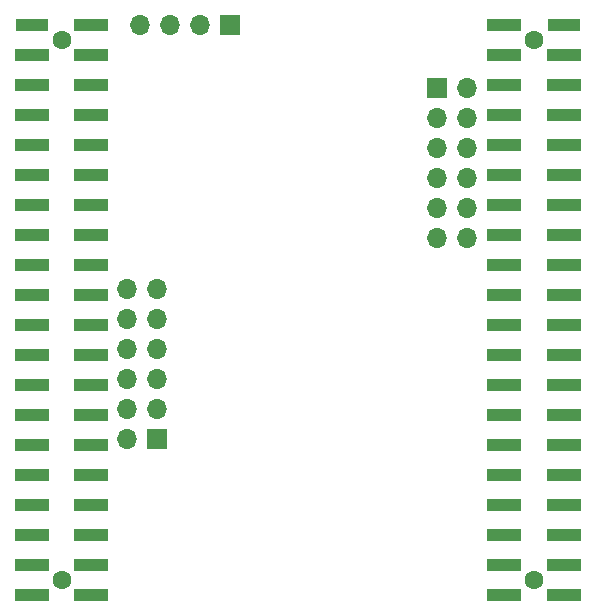
<source format=gbr>
%TF.GenerationSoftware,KiCad,Pcbnew,8.0.8-8.0.8-0~ubuntu22.04.1*%
%TF.CreationDate,2025-02-25T18:12:58-05:00*%
%TF.ProjectId,breakout-qfn,62726561-6b6f-4757-942d-71666e2e6b69,2.0*%
%TF.SameCoordinates,PX2b64660PY42c1d80*%
%TF.FileFunction,Soldermask,Bot*%
%TF.FilePolarity,Negative*%
%FSLAX46Y46*%
G04 Gerber Fmt 4.6, Leading zero omitted, Abs format (unit mm)*
G04 Created by KiCad (PCBNEW 8.0.8-8.0.8-0~ubuntu22.04.1) date 2025-02-25 18:12:58*
%MOMM*%
%LPD*%
G01*
G04 APERTURE LIST*
%ADD10R,1.700000X1.700000*%
%ADD11O,1.700000X1.700000*%
%ADD12C,1.600000*%
%ADD13R,3.000000X1.000000*%
%ADD14R,2.800000X1.000000*%
G04 APERTURE END LIST*
D10*
%TO.C,J3*%
X82250000Y-25130000D03*
D11*
X84790000Y-25130000D03*
X82250000Y-27670000D03*
X84790000Y-27670000D03*
X82250000Y-30210000D03*
X84790000Y-30210000D03*
X82250000Y-32750000D03*
X84790000Y-32750000D03*
X82250000Y-35290000D03*
X84790000Y-35290000D03*
X82250000Y-37830000D03*
X84790000Y-37830000D03*
%TD*%
D10*
%TO.C,J2*%
X58540000Y-54910000D03*
D11*
X56000000Y-54910000D03*
X58540000Y-52370000D03*
X56000000Y-52370000D03*
X58540000Y-49830000D03*
X56000000Y-49830000D03*
X58540000Y-47290000D03*
X56000000Y-47290000D03*
X58540000Y-44750000D03*
X56000000Y-44750000D03*
X58540000Y-42210000D03*
X56000000Y-42210000D03*
%TD*%
D10*
%TO.C,J1*%
X64750000Y-19800000D03*
D11*
X62210000Y-19800000D03*
X59670000Y-19800000D03*
X57130000Y-19800000D03*
%TD*%
D12*
%TO.C,CON2*%
X90500000Y-66860000D03*
X90500000Y-21140000D03*
D13*
X87980000Y-19870000D03*
D14*
X93020000Y-19870000D03*
D13*
X87980000Y-22410000D03*
X93020000Y-22410000D03*
X87980000Y-24950000D03*
X93020000Y-24950000D03*
X87980000Y-27490000D03*
X93020000Y-27490000D03*
X87980000Y-30030000D03*
X93020000Y-30030000D03*
X87980000Y-32570000D03*
X93020000Y-32570000D03*
X87980000Y-35110000D03*
X93020000Y-35110000D03*
X87980000Y-37650000D03*
X93020000Y-37650000D03*
X87980000Y-40190000D03*
X93020000Y-40190000D03*
X87980000Y-42730000D03*
X93020000Y-42730000D03*
X87980000Y-45270000D03*
X93020000Y-45270000D03*
X87980000Y-47810000D03*
X93020000Y-47810000D03*
X87980000Y-50350000D03*
X93020000Y-50350000D03*
X87980000Y-52890000D03*
X93020000Y-52890000D03*
X87980000Y-55430000D03*
X93020000Y-55430000D03*
X87980000Y-57970000D03*
X93020000Y-57970000D03*
X87980000Y-60510000D03*
X93020000Y-60510000D03*
X87980000Y-63050000D03*
X93020000Y-63050000D03*
X87980000Y-65590000D03*
X93020000Y-65590000D03*
X87980000Y-68130000D03*
X93020000Y-68130000D03*
%TD*%
D12*
%TO.C,CON1*%
X50500000Y-66860000D03*
X50500000Y-21140000D03*
D14*
X47980000Y-19870000D03*
D13*
X53020000Y-19870000D03*
X47980000Y-22410000D03*
X53020000Y-22410000D03*
X47980000Y-24950000D03*
X53020000Y-24950000D03*
X47980000Y-27490000D03*
X53020000Y-27490000D03*
X47980000Y-30030000D03*
X53020000Y-30030000D03*
X47980000Y-32570000D03*
X53020000Y-32570000D03*
X47980000Y-35110000D03*
X53020000Y-35110000D03*
X47980000Y-37650000D03*
X53020000Y-37650000D03*
X47980000Y-40190000D03*
X53020000Y-40190000D03*
X47980000Y-42730000D03*
X53020000Y-42730000D03*
X47980000Y-45270000D03*
X53020000Y-45270000D03*
X47980000Y-47810000D03*
X53020000Y-47810000D03*
X47980000Y-50350000D03*
X53020000Y-50350000D03*
X47980000Y-52890000D03*
X53020000Y-52890000D03*
X47980000Y-55430000D03*
X53020000Y-55430000D03*
X47980000Y-57970000D03*
X53020000Y-57970000D03*
X47980000Y-60510000D03*
X53020000Y-60510000D03*
X47980000Y-63050000D03*
X53020000Y-63050000D03*
X47980000Y-65590000D03*
X53020000Y-65590000D03*
X47980000Y-68130000D03*
X53020000Y-68130000D03*
%TD*%
M02*

</source>
